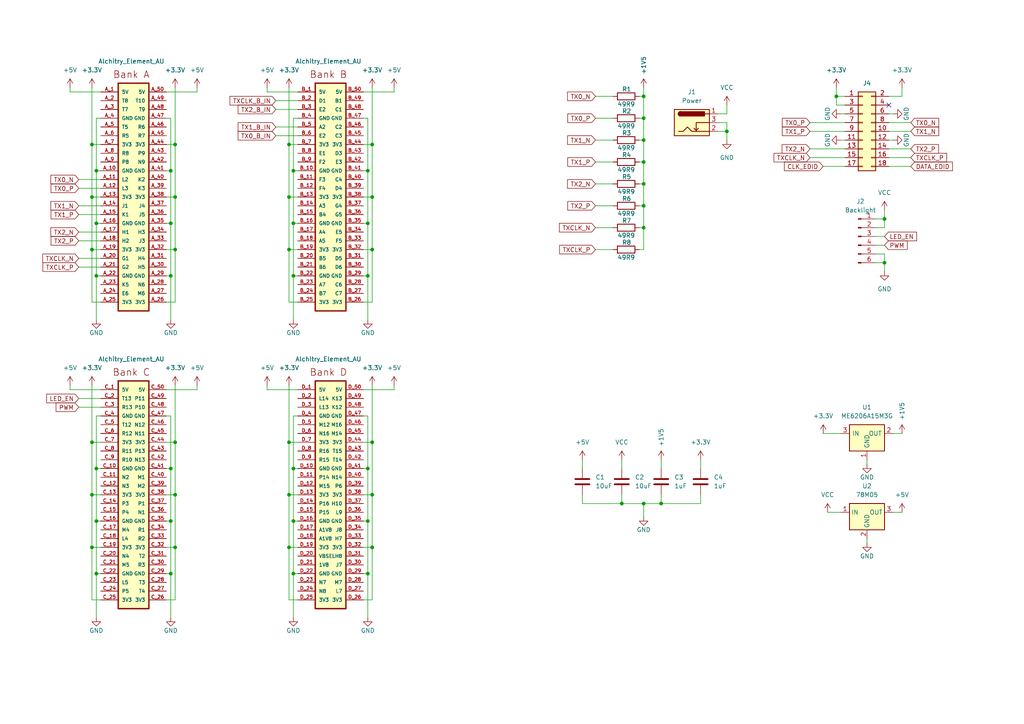
<source format=kicad_sch>
(kicad_sch (version 20230121) (generator eeschema)
  (paper "A4")
  (lib_symbols
    (symbol "Alchitry_Element:Alchitry_Element_AU" (pin_names (offset 1.016))
      (property "Value" "Alchitry_Element_AU" (at -3.81 -38.1 0))
      (symbol "Alchitry_Element_AU_1_0"
        (text "Bank A" (at 0 33.02 0) (effects (font (size 2 2))))
        (pin passive line (at -8.89 27.94 0) (length 5.08) (name "5V") (number "A_1"))
        (pin passive line (at -8.89 5.08 0) (length 5.08) (name "GND") (number "A_10"))
        (pin passive line (at -8.89 2.54 0) (length 5.08) (name "L2") (number "A_11"))
        (pin passive line (at -8.89 0 0) (length 5.08) (name "L3") (number "A_12"))
        (pin passive line (at -8.89 -2.54 0) (length 5.08) (name "3V3") (number "A_13"))
        (pin passive line (at -8.89 -5.08 0) (length 5.08) (name "J1") (number "A_14"))
        (pin passive line (at -8.89 -7.62 0) (length 5.08) (name "K1") (number "A_15"))
        (pin passive line (at -8.89 -10.16 0) (length 5.08) (name "GND") (number "A_16"))
        (pin passive line (at -8.89 -12.7 0) (length 5.08) (name "H1") (number "A_17"))
        (pin passive line (at -8.89 -15.24 0) (length 5.08) (name "H2") (number "A_18"))
        (pin passive line (at -8.89 -17.78 0) (length 5.08) (name "3V3") (number "A_19"))
        (pin passive line (at -8.89 25.4 0) (length 5.08) (name "T8") (number "A_2"))
        (pin passive line (at -8.89 -20.32 0) (length 5.08) (name "G1") (number "A_20"))
        (pin passive line (at -8.89 -22.86 0) (length 5.08) (name "G2") (number "A_21"))
        (pin passive line (at -8.89 -25.4 0) (length 5.08) (name "GND") (number "A_22"))
        (pin passive line (at -8.89 -27.94 0) (length 5.08) (name "K5") (number "A_23"))
        (pin passive line (at -8.89 -30.48 0) (length 5.08) (name "E6") (number "A_24"))
        (pin passive line (at -8.89 -33.02 0) (length 5.08) (name "3V3") (number "A_25"))
        (pin passive line (at 10.16 -33.02 180) (length 5.08) (name "3V3") (number "A_26"))
        (pin passive line (at 10.16 -30.48 180) (length 5.08) (name "M6") (number "A_27"))
        (pin passive line (at 10.16 -27.94 180) (length 5.08) (name "N6") (number "A_28"))
        (pin passive line (at 10.16 -25.4 180) (length 5.08) (name "GND") (number "A_29"))
        (pin passive line (at -8.89 22.86 0) (length 5.08) (name "T7") (number "A_3"))
        (pin passive line (at 10.16 -22.86 180) (length 5.08) (name "H5") (number "A_30"))
        (pin passive line (at 10.16 -20.32 180) (length 5.08) (name "H4") (number "A_31"))
        (pin passive line (at 10.16 -17.78 180) (length 5.08) (name "3V3") (number "A_32"))
        (pin passive line (at 10.16 -15.24 180) (length 5.08) (name "J3") (number "A_33"))
        (pin passive line (at 10.16 -12.7 180) (length 5.08) (name "H3") (number "A_34"))
        (pin passive line (at 10.16 -10.16 180) (length 5.08) (name "GND") (number "A_35"))
        (pin passive line (at 10.16 -7.62 180) (length 5.08) (name "J5") (number "A_36"))
        (pin passive line (at 10.16 -5.08 180) (length 5.08) (name "J4") (number "A_37"))
        (pin passive line (at 10.16 -2.54 180) (length 5.08) (name "3V3") (number "A_38"))
        (pin passive line (at 10.16 0 180) (length 5.08) (name "K3") (number "A_39"))
        (pin passive line (at -8.89 20.32 0) (length 5.08) (name "GND") (number "A_4"))
        (pin passive line (at 10.16 2.54 180) (length 5.08) (name "K2") (number "A_40"))
        (pin passive line (at 10.16 5.08 180) (length 5.08) (name "GND") (number "A_41"))
        (pin passive line (at 10.16 7.62 180) (length 5.08) (name "N9") (number "A_42"))
        (pin passive line (at 10.16 10.16 180) (length 5.08) (name "P9") (number "A_43"))
        (pin passive line (at 10.16 12.7 180) (length 5.08) (name "3V3") (number "A_44"))
        (pin passive line (at 10.16 15.24 180) (length 5.08) (name "R7") (number "A_45"))
        (pin passive line (at 10.16 17.78 180) (length 5.08) (name "R6") (number "A_46"))
        (pin passive line (at 10.16 20.32 180) (length 5.08) (name "GND") (number "A_47"))
        (pin passive line (at 10.16 22.86 180) (length 5.08) (name "T9") (number "A_48"))
        (pin passive line (at 10.16 25.4 180) (length 5.08) (name "T10") (number "A_49"))
        (pin passive line (at -8.89 17.78 0) (length 5.08) (name "T5") (number "A_5"))
        (pin passive line (at 10.16 27.94 180) (length 5.08) (name "5V") (number "A_50"))
        (pin passive line (at -8.89 15.24 0) (length 5.08) (name "R5") (number "A_6"))
        (pin passive line (at -8.89 12.7 0) (length 5.08) (name "3V3") (number "A_7"))
        (pin passive line (at -8.89 10.16 0) (length 5.08) (name "R8") (number "A_8"))
        (pin passive line (at -8.89 7.62 0) (length 5.08) (name "P8") (number "A_9"))
      )
      (symbol "Alchitry_Element_AU_2_0"
        (text "Bank B" (at 0 33.02 0) (effects (font (size 2 2))))
        (pin passive line (at -8.89 27.94 0) (length 5.08) (name "5V") (number "B_1"))
        (pin passive line (at -8.89 5.08 0) (length 5.08) (name "GND") (number "B_10"))
        (pin passive line (at -8.89 2.54 0) (length 5.08) (name "F3") (number "B_11"))
        (pin passive line (at -8.89 0 0) (length 5.08) (name "F4") (number "B_12"))
        (pin passive line (at -8.89 -2.54 0) (length 5.08) (name "3V3") (number "B_13"))
        (pin passive line (at -8.89 -5.08 0) (length 5.08) (name "A3") (number "B_14"))
        (pin passive line (at -8.89 -7.62 0) (length 5.08) (name "B4") (number "B_15"))
        (pin passive line (at -8.89 -10.16 0) (length 5.08) (name "GND") (number "B_16"))
        (pin passive line (at -8.89 -12.7 0) (length 5.08) (name "A4") (number "B_17"))
        (pin passive line (at -8.89 -15.24 0) (length 5.08) (name "A5") (number "B_18"))
        (pin passive line (at -8.89 -17.78 0) (length 5.08) (name "3V3") (number "B_19"))
        (pin passive line (at -8.89 25.4 0) (length 5.08) (name "D1") (number "B_2"))
        (pin passive line (at -8.89 -20.32 0) (length 5.08) (name "B5") (number "B_20"))
        (pin passive line (at -8.89 -22.86 0) (length 5.08) (name "B6") (number "B_21"))
        (pin passive line (at -8.89 -25.4 0) (length 5.08) (name "GND") (number "B_22"))
        (pin passive line (at -8.89 -27.94 0) (length 5.08) (name "A7") (number "B_23"))
        (pin passive line (at -8.89 -30.48 0) (length 5.08) (name "B7") (number "B_24"))
        (pin passive line (at -8.89 -33.02 0) (length 5.08) (name "3V3") (number "B_25"))
        (pin passive line (at 10.16 -33.02 180) (length 5.08) (name "3V3") (number "B_26"))
        (pin passive line (at 10.16 -30.48 180) (length 5.08) (name "C7") (number "B_27"))
        (pin passive line (at 10.16 -27.94 180) (length 5.08) (name "C6") (number "B_28"))
        (pin passive line (at 10.16 -25.4 180) (length 5.08) (name "GND") (number "B_29"))
        (pin passive line (at -8.89 22.86 0) (length 5.08) (name "E2") (number "B_3"))
        (pin passive line (at 10.16 -22.86 180) (length 5.08) (name "D6") (number "B_30"))
        (pin passive line (at 10.16 -20.32 180) (length 5.08) (name "D5") (number "B_31"))
        (pin passive line (at 10.16 -17.78 180) (length 5.08) (name "3V3") (number "B_32"))
        (pin passive line (at 10.16 -15.24 180) (length 5.08) (name "F5") (number "B_33"))
        (pin passive line (at 10.16 -12.7 180) (length 5.08) (name "E5") (number "B_34"))
        (pin passive line (at 10.16 -10.16 180) (length 5.08) (name "GND") (number "B_35"))
        (pin passive line (at 10.16 -7.62 180) (length 5.08) (name "G5") (number "B_36"))
        (pin passive line (at 10.16 -5.08 180) (length 5.08) (name "G4") (number "B_37"))
        (pin passive line (at 10.16 -2.54 180) (length 5.08) (name "3V3") (number "B_38"))
        (pin passive line (at 10.16 0 180) (length 5.08) (name "D4") (number "B_39"))
        (pin passive line (at -8.89 20.32 0) (length 5.08) (name "GND") (number "B_4"))
        (pin passive line (at 10.16 2.54 180) (length 5.08) (name "C4") (number "B_40"))
        (pin passive line (at 10.16 5.08 180) (length 5.08) (name "GND") (number "B_41"))
        (pin passive line (at 10.16 7.62 180) (length 5.08) (name "E3") (number "B_42"))
        (pin passive line (at 10.16 10.16 180) (length 5.08) (name "D3") (number "B_43"))
        (pin passive line (at 10.16 12.7 180) (length 5.08) (name "3V3") (number "B_44"))
        (pin passive line (at 10.16 15.24 180) (length 5.08) (name "C3") (number "B_45"))
        (pin passive line (at 10.16 17.78 180) (length 5.08) (name "C2") (number "B_46"))
        (pin passive line (at 10.16 20.32 180) (length 5.08) (name "GND") (number "B_47"))
        (pin passive line (at 10.16 22.86 180) (length 5.08) (name "C1") (number "B_48"))
        (pin passive line (at 10.16 25.4 180) (length 5.08) (name "B1") (number "B_49"))
        (pin passive line (at -8.89 17.78 0) (length 5.08) (name "A2") (number "B_5"))
        (pin passive line (at 10.16 27.94 180) (length 5.08) (name "5V") (number "B_50"))
        (pin passive line (at -8.89 15.24 0) (length 5.08) (name "E2") (number "B_6"))
        (pin passive line (at -8.89 12.7 0) (length 5.08) (name "3V3") (number "B_7"))
        (pin passive line (at -8.89 10.16 0) (length 5.08) (name "E1") (number "B_8"))
        (pin passive line (at -8.89 7.62 0) (length 5.08) (name "F2") (number "B_9"))
      )
      (symbol "Alchitry_Element_AU_3_0"
        (text "Bank C" (at 0 33.02 0) (effects (font (size 2 2))))
        (pin passive line (at -8.89 27.94 0) (length 5.08) (name "5V") (number "C_1"))
        (pin passive line (at -8.89 5.08 0) (length 5.08) (name "GND") (number "C_10"))
        (pin passive line (at -8.89 2.54 0) (length 5.08) (name "N2") (number "C_11"))
        (pin passive line (at -8.89 0 0) (length 5.08) (name "N3") (number "C_12"))
        (pin passive line (at -8.89 -2.54 0) (length 5.08) (name "3V3") (number "C_13"))
        (pin passive line (at -8.89 -5.08 0) (length 5.08) (name "P3") (number "C_14"))
        (pin passive line (at -8.89 -7.62 0) (length 5.08) (name "P4") (number "C_15"))
        (pin passive line (at -8.89 -10.16 0) (length 5.08) (name "GND") (number "C_16"))
        (pin passive line (at -8.89 -12.7 0) (length 5.08) (name "M4") (number "C_17"))
        (pin passive line (at -8.89 -15.24 0) (length 5.08) (name "L4") (number "C_18"))
        (pin passive line (at -8.89 -17.78 0) (length 5.08) (name "3V3") (number "C_19"))
        (pin passive line (at -8.89 25.4 0) (length 5.08) (name "T13") (number "C_2"))
        (pin passive line (at -8.89 -20.32 0) (length 5.08) (name "N4") (number "C_20"))
        (pin passive line (at -8.89 -22.86 0) (length 5.08) (name "M5") (number "C_21"))
        (pin passive line (at -8.89 -25.4 0) (length 5.08) (name "GND") (number "C_22"))
        (pin passive line (at -8.89 -27.94 0) (length 5.08) (name "L5") (number "C_23"))
        (pin passive line (at -8.89 -30.48 0) (length 5.08) (name "P5") (number "C_24"))
        (pin passive line (at -8.89 -33.02 0) (length 5.08) (name "3V3") (number "C_25"))
        (pin passive line (at 10.16 -33.02 180) (length 5.08) (name "3V3") (number "C_26"))
        (pin passive line (at 10.16 -30.48 180) (length 5.08) (name "T4") (number "C_27"))
        (pin passive line (at 10.16 -27.94 180) (length 5.08) (name "T3") (number "C_28"))
        (pin passive line (at 10.16 -25.4 180) (length 5.08) (name "GND") (number "C_29"))
        (pin passive line (at -8.89 22.86 0) (length 5.08) (name "R13") (number "C_3"))
        (pin passive line (at 10.16 -22.86 180) (length 5.08) (name "R3") (number "C_30"))
        (pin passive line (at 10.16 -20.32 180) (length 5.08) (name "T2") (number "C_31"))
        (pin passive line (at 10.16 -17.78 180) (length 5.08) (name "3V3") (number "C_32"))
        (pin passive line (at 10.16 -15.24 180) (length 5.08) (name "R2") (number "C_33"))
        (pin passive line (at 10.16 -12.7 180) (length 5.08) (name "R1") (number "C_34"))
        (pin passive line (at 10.16 -10.16 180) (length 5.08) (name "GND") (number "C_35"))
        (pin passive line (at 10.16 -7.62 180) (length 5.08) (name "N1") (number "C_36"))
        (pin passive line (at 10.16 -5.08 180) (length 5.08) (name "P1") (number "C_37"))
        (pin passive line (at 10.16 -2.54 180) (length 5.08) (name "3V3") (number "C_38"))
        (pin passive line (at 10.16 0 180) (length 5.08) (name "M2") (number "C_39"))
        (pin passive line (at -8.89 20.32 0) (length 5.08) (name "GND") (number "C_4"))
        (pin passive line (at 10.16 2.54 180) (length 5.08) (name "M1") (number "C_40"))
        (pin passive line (at 10.16 5.08 180) (length 5.08) (name "GND") (number "C_41"))
        (pin passive line (at 10.16 7.62 180) (length 5.08) (name "N13") (number "C_42"))
        (pin passive line (at 10.16 10.16 180) (length 5.08) (name "P13") (number "C_43"))
        (pin passive line (at 10.16 12.7 180) (length 5.08) (name "3V3") (number "C_44"))
        (pin passive line (at 10.16 15.24 180) (length 5.08) (name "N11") (number "C_45"))
        (pin passive line (at 10.16 17.78 180) (length 5.08) (name "N12") (number "C_46"))
        (pin passive line (at 10.16 20.32 180) (length 5.08) (name "GND") (number "C_47"))
        (pin passive line (at 10.16 22.86 180) (length 5.08) (name "P10") (number "C_48"))
        (pin passive line (at 10.16 25.4 180) (length 5.08) (name "P11") (number "C_49"))
        (pin passive line (at -8.89 17.78 0) (length 5.08) (name "T12") (number "C_5"))
        (pin passive line (at 10.16 27.94 180) (length 5.08) (name "5V") (number "C_50"))
        (pin passive line (at -8.89 15.24 0) (length 5.08) (name "R12") (number "C_6"))
        (pin passive line (at -8.89 12.7 0) (length 5.08) (name "3V3") (number "C_7"))
        (pin passive line (at -8.89 10.16 0) (length 5.08) (name "R11") (number "C_8"))
        (pin passive line (at -8.89 7.62 0) (length 5.08) (name "R10") (number "C_9"))
      )
      (symbol "Alchitry_Element_AU_4_0"
        (text "Bank D" (at 0 33.02 0) (effects (font (size 2 2))))
        (pin passive line (at -8.89 27.94 0) (length 5.08) (name "5V") (number "D_1"))
        (pin passive line (at -8.89 5.08 0) (length 5.08) (name "GND") (number "D_10"))
        (pin passive line (at -8.89 2.54 0) (length 5.08) (name "P14") (number "D_11"))
        (pin passive line (at -8.89 0 0) (length 5.08) (name "M15") (number "D_12"))
        (pin passive line (at -8.89 -2.54 0) (length 5.08) (name "3V3") (number "D_13"))
        (pin passive line (at -8.89 -5.08 0) (length 5.08) (name "P16") (number "D_14"))
        (pin passive line (at -8.89 -7.62 0) (length 5.08) (name "P15") (number "D_15"))
        (pin passive line (at -8.89 -10.16 0) (length 5.08) (name "GND") (number "D_16"))
        (pin passive line (at -8.89 -12.7 0) (length 5.08) (name "A1V8") (number "D_17"))
        (pin passive line (at -8.89 -15.24 0) (length 5.08) (name "A1V8") (number "D_18"))
        (pin passive line (at -8.89 -17.78 0) (length 5.08) (name "3V3") (number "D_19"))
        (pin passive line (at -8.89 25.4 0) (length 5.08) (name "L14") (number "D_2"))
        (pin passive line (at -8.89 -20.32 0) (length 5.08) (name "VBSEL") (number "D_20"))
        (pin passive line (at -8.89 -22.86 0) (length 5.08) (name "1V8") (number "D_21"))
        (pin passive line (at -8.89 -25.4 0) (length 5.08) (name "GND") (number "D_22"))
        (pin passive line (at -8.89 -27.94 0) (length 5.08) (name "N7") (number "D_23"))
        (pin passive line (at -8.89 -30.48 0) (length 5.08) (name "N8") (number "D_24"))
        (pin passive line (at -8.89 -33.02 0) (length 5.08) (name "3V3") (number "D_25"))
        (pin passive line (at 10.16 -33.02 180) (length 5.08) (name "3V3") (number "D_26"))
        (pin passive line (at 10.16 -30.48 180) (length 5.08) (name "L7") (number "D_27"))
        (pin passive line (at 10.16 -27.94 180) (length 5.08) (name "M7") (number "D_28"))
        (pin passive line (at 10.16 -25.4 180) (length 5.08) (name "GND") (number "D_29"))
        (pin passive line (at -8.89 22.86 0) (length 5.08) (name "L13") (number "D_3"))
        (pin passive line (at 10.16 -22.86 180) (length 5.08) (name "J7") (number "D_30"))
        (pin passive line (at 10.16 -20.32 180) (length 5.08) (name "H8") (number "D_31"))
        (pin passive line (at 10.16 -17.78 180) (length 5.08) (name "3V3") (number "D_32"))
        (pin passive line (at 10.16 -15.24 180) (length 5.08) (name "H7") (number "D_33"))
        (pin passive line (at 10.16 -12.7 180) (length 5.08) (name "J8") (number "D_34"))
        (pin passive line (at 10.16 -10.16 180) (length 5.08) (name "GND") (number "D_35"))
        (pin passive line (at 10.16 -7.62 180) (length 5.08) (name "L9") (number "D_36"))
        (pin passive line (at 10.16 -5.08 180) (length 5.08) (name "H10") (number "D_37"))
        (pin passive line (at 10.16 -2.54 180) (length 5.08) (name "3V3") (number "D_38"))
        (pin passive line (at 10.16 0 180) (length 5.08) (name "P6") (number "D_39"))
        (pin passive line (at -8.89 20.32 0) (length 5.08) (name "GND") (number "D_4"))
        (pin passive line (at 10.16 2.54 180) (length 5.08) (name "N14") (number "D_40"))
        (pin passive line (at 10.16 5.08 180) (length 5.08) (name "GND") (number "D_41"))
        (pin passive line (at 10.16 7.62 180) (length 5.08) (name "T14") (number "D_42"))
        (pin passive line (at 10.16 10.16 180) (length 5.08) (name "T15") (number "D_43"))
        (pin passive line (at 10.16 12.7 180) (length 5.08) (name "3V3") (number "D_44"))
        (pin passive line (at 10.16 15.24 180) (length 5.08) (name "M14") (number "D_45"))
        (pin passive line (at 10.16 17.78 180) (length 5.08) (name "M16") (number "D_46"))
        (pin passive line (at 10.16 20.32 180) (length 5.08) (name "GND") (number "D_47"))
        (pin passive line (at 10.16 22.86 180) (length 5.08) (name "K12") (number "D_48"))
        (pin passive line (at 10.16 25.4 180) (length 5.08) (name "K13") (number "D_49"))
        (pin passive line (at -8.89 17.78 0) (length 5.08) (name "M12") (number "D_5"))
        (pin passive line (at 10.16 27.94 180) (length 5.08) (name "5V") (number "D_50"))
        (pin passive line (at -8.89 15.24 0) (length 5.08) (name "N16") (number "D_6"))
        (pin passive line (at -8.89 12.7 0) (length 5.08) (name "3V3") (number "D_7"))
        (pin passive line (at -8.89 10.16 0) (length 5.08) (name "R16") (number "D_8"))
        (pin passive line (at -8.89 7.62 0) (length 5.08) (name "R15") (number "D_9"))
      )
    )
    (symbol "Connector:Barrel_Jack_Switch" (pin_names hide)
      (property "Reference" "J" (at 0 5.334 0))
      (property "Value" "Barrel_Jack_Switch" (at 0 -5.08 0))
      (symbol "Barrel_Jack_Switch_1_1"
        (pin passive line (at 7.62 2.54 180) (length 2.54) (name "~") (number "1"))
        (pin passive line (at 7.62 -2.54 180) (length 2.54) (name "~") (number "2"))
        (pin passive line (at 7.62 0 180) (length 2.54) (name "~") (number "3"))
      )
    )
    (symbol "Connector:Conn_01x06_Male" (pin_names (offset 1.016) hide)
      (property "Reference" "J" (at 0 7.62 0))
      (property "Value" "Conn_01x06_Male" (at 0 -10.16 0))
      (symbol "Conn_01x06_Male_1_1"
        (pin passive line (at 5.08 5.08 180) (length 3.81) (name "Pin_1") (number "1"))
        (pin passive line (at 5.08 2.54 180) (length 3.81) (name "Pin_2") (number "2"))
        (pin passive line (at 5.08 0 180) (length 3.81) (name "Pin_3") (number "3"))
        (pin passive line (at 5.08 -2.54 180) (length 3.81) (name "Pin_4") (number "4"))
        (pin passive line (at 5.08 -5.08 180) (length 3.81) (name "Pin_5") (number "5"))
        (pin passive line (at 5.08 -7.62 180) (length 3.81) (name "Pin_6") (number "6"))
      )
    )
    (symbol "Connector_Generic:Conn_02x09_Odd_Even" (pin_names (offset 1.016) hide)
      (property "Reference" "J" (at 1.27 12.7 0))
      (property "Value" "Conn_02x09_Odd_Even" (at 1.27 -12.7 0))
      (symbol "Conn_02x09_Odd_Even_1_1"
        (pin passive line (at -5.08 10.16 0) (length 3.81) (name "Pin_1") (number "1"))
        (pin passive line (at 7.62 0 180) (length 3.81) (name "Pin_10") (number "10"))
        (pin passive line (at -5.08 -2.54 0) (length 3.81) (name "Pin_11") (number "11"))
        (pin passive line (at 7.62 -2.54 180) (length 3.81) (name "Pin_12") (number "12"))
        (pin passive line (at -5.08 -5.08 0) (length 3.81) (name "Pin_13") (number "13"))
        (pin passive line (at 7.62 -5.08 180) (length 3.81) (name "Pin_14") (number "14"))
        (pin passive line (at -5.08 -7.62 0) (length 3.81) (name "Pin_15") (number "15"))
        (pin passive line (at 7.62 -7.62 180) (length 3.81) (name "Pin_16") (number "16"))
        (pin passive line (at -5.08 -10.16 0) (length 3.81) (name "Pin_17") (number "17"))
        (pin passive line (at 7.62 -10.16 180) (length 3.81) (name "Pin_18") (number "18"))
        (pin passive line (at 7.62 10.16 180) (length 3.81) (name "Pin_2") (number "2"))
        (pin passive line (at -5.08 7.62 0) (length 3.81) (name "Pin_3") (number "3"))
        (pin passive line (at 7.62 7.62 180) (length 3.81) (name "Pin_4") (number "4"))
        (pin passive line (at -5.08 5.08 0) (length 3.81) (name "Pin_5") (number "5"))
        (pin passive line (at 7.62 5.08 180) (length 3.81) (name "Pin_6") (number "6"))
        (pin passive line (at -5.08 2.54 0) (length 3.81) (name "Pin_7") (number "7"))
        (pin passive line (at 7.62 2.54 180) (length 3.81) (name "Pin_8") (number "8"))
        (pin passive line (at -5.08 0 0) (length 3.81) (name "Pin_9") (number "9"))
      )
    )
    (symbol "Device:C" (pin_numbers hide) (pin_names (offset 0.254))
      (property "Reference" "C" (at 0.635 2.54 0))
      (property "Value" "C" (at 0.635 -2.54 0))
      (symbol "C_1_1"
        (pin passive line (at 0 3.81 270) (length 2.794) (name "~") (number "1"))
        (pin passive line (at 0 -3.81 90) (length 2.794) (name "~") (number "2"))
      )
    )
    (symbol "Device:R" (pin_numbers hide) (pin_names (offset 0))
      (property "Reference" "R" (at 2.032 0 90))
      (property "Value" "R" (at 0 0 90))
      (symbol "R_1_1"
        (pin passive line (at 0 3.81 270) (length 1.27) (name "~") (number "1"))
        (pin passive line (at 0 -3.81 90) (length 1.27) (name "~") (number "2"))
      )
    )
    (symbol "Regulator_Linear:IFX27001TFV"
      (property "Reference" "U2" (at 0 7.62 0))
      (property "Value" "78M05" (at 0 5.08 0))
      (symbol "IFX27001TFV_1_1"
        (pin power_in line (at -7.62 0 0) (length 2.54) (name "IN") (number "1"))
        (pin input line (at 0 -7.62 90) (length 2.54) (name "GND") (number "2"))
        (pin power_out line (at 7.62 0 180) (length 2.54) (name "OUT") (number "3"))
      )
    )
    (symbol "power:+1V5" (power) (pin_names (offset 0))
      (property "Value" "+1V5" (at 0 3.556 0))
      (symbol "+1V5_1_1"
        (pin power_in line (at 0 0 90) (length 0) hide (name "+1V5") (number "1"))
      )
    )
    (symbol "power:+3.3V" (power) (pin_names (offset 0))
      (property "Value" "+3.3V" (at 0 3.556 0))
      (symbol "+3.3V_1_1"
        (pin power_in line (at 0 0 90) (length 0) hide (name "+3.3V") (number "1"))
      )
    )
    (symbol "power:+5V" (power) (pin_names (offset 0))
      (property "Value" "+5V" (at 0 3.556 0))
      (symbol "+5V_1_1"
        (pin power_in line (at 0 0 90) (length 0) hide (name "+5V") (number "1"))
      )
    )
    (symbol "power:GND" (power) (pin_names (offset 0))
      (property "Value" "GND" (at 0 -3.81 0))
      (symbol "GND_1_1"
        (pin power_in line (at 0 0 270) (length 0) hide (name "GND") (number "1"))
      )
    )
    (symbol "power:VCC" (power) (pin_names (offset 0))
      (property "Value" "VCC" (at 0 3.81 0))
      (symbol "VCC_1_1"
        (pin power_in line (at 0 0 90) (length 0) hide (name "VCC") (number "1"))
      )
    )
    (symbol "robins-parts:ME6206A15M3G" (pin_names (offset 0.762))
      (property "Reference" "U1" (at 0 7.62 0))
      (property "Value" "ME6206A15M3G" (at 0 5.08 0))
      (symbol "ME6206A15M3G_1_1"
        (pin input line (at 0 -7.62 90) (length 2.54) (name "GND") (number "1"))
        (pin power_out line (at 7.62 0 180) (length 2.54) (name "OUT") (number "2"))
        (pin power_in line (at -7.62 0 0) (length 2.54) (name "IN") (number "3"))
      )
    )
  )
  (junction (at 49.53 49.53))
  (junction (at 85.09 151.13))
  (junction (at 242.57 27.94))
  (junction (at 186.69 53.34))
  (junction (at 85.09 135.89))
  (junction (at 50.8 158.75))
  (junction (at 256.54 76.2))
  (junction (at 49.53 166.37))
  (junction (at 85.09 166.37))
  (junction (at 107.95 72.39))
  (junction (at 85.09 64.77))
  (junction (at 50.8 143.51))
  (junction (at 180.34 146.05))
  (junction (at 27.94 49.53))
  (junction (at 186.69 59.69))
  (junction (at 26.67 128.27))
  (junction (at 50.8 57.15))
  (junction (at 85.09 80.01))
  (junction (at 49.53 80.01))
  (junction (at 49.53 151.13))
  (junction (at 191.77 146.05))
  (junction (at 49.53 135.89))
  (junction (at 85.09 49.53))
  (junction (at 26.67 57.15))
  (junction (at 83.82 57.15))
  (junction (at 186.69 27.94))
  (junction (at 26.67 72.39))
  (junction (at 107.95 128.27))
  (junction (at 106.68 151.13))
  (junction (at 50.8 128.27))
  (junction (at 27.94 64.77))
  (junction (at 186.69 146.05))
  (junction (at 107.95 158.75))
  (junction (at 107.95 57.15))
  (junction (at 106.68 80.01))
  (junction (at 186.69 34.29))
  (junction (at 27.94 80.01))
  (junction (at 83.82 128.27))
  (junction (at 106.68 166.37))
  (junction (at 83.82 158.75))
  (junction (at 26.67 158.75))
  (junction (at 186.69 66.04))
  (junction (at 186.69 46.99))
  (junction (at 210.82 38.1))
  (junction (at 107.95 41.91))
  (junction (at 50.8 41.91))
  (junction (at 27.94 166.37))
  (junction (at 27.94 135.89))
  (junction (at 106.68 49.53))
  (junction (at 83.82 143.51))
  (junction (at 83.82 72.39))
  (junction (at 107.95 143.51))
  (junction (at 83.82 41.91))
  (junction (at 26.67 41.91))
  (junction (at 106.68 64.77))
  (junction (at 26.67 143.51))
  (junction (at 186.69 40.64))
  (junction (at 50.8 72.39))
  (junction (at 256.54 63.5))
  (junction (at 27.94 151.13))
  (junction (at 49.53 64.77))
  (junction (at 106.68 135.89))
  (no_connect (at 257.81 30.48))
  (wire (pts (xy 210.82 38.1) (xy 210.82 40.64)))
  (wire (pts (xy 107.95 57.15) (xy 105.41 57.15)))
  (wire (pts (xy 114.3 25.4) (xy 114.3 26.67)))
  (wire (pts (xy 27.94 151.13) (xy 27.94 166.37)))
  (wire (pts (xy 254 66.04) (xy 256.54 66.04)))
  (wire (pts (xy 50.8 143.51) (xy 48.26 143.51)))
  (wire (pts (xy 172.72 27.94) (xy 177.8 27.94)))
  (wire (pts (xy 107.95 143.51) (xy 105.41 143.51)))
  (wire (pts (xy 243.84 148.59) (xy 240.03 148.59)))
  (wire (pts (xy 85.09 151.13) (xy 85.09 166.37)))
  (wire (pts (xy 50.8 158.75) (xy 48.26 158.75)))
  (wire (pts (xy 254 63.5) (xy 256.54 63.5)))
  (wire (pts (xy 106.68 135.89) (xy 106.68 151.13)))
  (wire (pts (xy 106.68 49.53) (xy 105.41 49.53)))
  (wire (pts (xy 22.86 62.23) (xy 29.21 62.23)))
  (wire (pts (xy 20.32 111.76) (xy 20.32 113.03)))
  (wire (pts (xy 86.36 113.03) (xy 77.47 113.03)))
  (wire (pts (xy 83.82 57.15) (xy 86.36 57.15)))
  (wire (pts (xy 26.67 87.63) (xy 26.67 72.39)))
  (wire (pts (xy 27.94 34.29) (xy 27.94 49.53)))
  (wire (pts (xy 22.86 74.93) (xy 29.21 74.93)))
  (wire (pts (xy 83.82 128.27) (xy 86.36 128.27)))
  (wire (pts (xy 186.69 46.99) (xy 186.69 53.34)))
  (wire (pts (xy 186.69 146.05) (xy 186.69 149.86)))
  (wire (pts (xy 257.81 40.64) (xy 259.08 40.64)))
  (wire (pts (xy 106.68 49.53) (xy 106.68 64.77)))
  (wire (pts (xy 234.95 35.56) (xy 245.11 35.56)))
  (wire (pts (xy 27.94 49.53) (xy 29.21 49.53)))
  (wire (pts (xy 106.68 151.13) (xy 106.68 166.37)))
  (wire (pts (xy 107.95 158.75) (xy 105.41 158.75)))
  (wire (pts (xy 83.82 25.4) (xy 83.82 41.91)))
  (wire (pts (xy 27.94 64.77) (xy 29.21 64.77)))
  (wire (pts (xy 172.72 66.04) (xy 177.8 66.04)))
  (wire (pts (xy 49.53 135.89) (xy 49.53 151.13)))
  (wire (pts (xy 107.95 158.75) (xy 107.95 143.51)))
  (wire (pts (xy 49.53 166.37) (xy 48.26 166.37)))
  (wire (pts (xy 26.67 57.15) (xy 26.67 41.91)))
  (wire (pts (xy 106.68 151.13) (xy 105.41 151.13)))
  (wire (pts (xy 83.82 72.39) (xy 83.82 57.15)))
  (wire (pts (xy 50.8 158.75) (xy 50.8 143.51)))
  (wire (pts (xy 26.67 72.39) (xy 26.67 57.15)))
  (wire (pts (xy 26.67 25.4) (xy 26.67 41.91)))
  (wire (pts (xy 86.36 34.29) (xy 85.09 34.29)))
  (wire (pts (xy 180.34 146.05) (xy 186.69 146.05)))
  (wire (pts (xy 86.36 87.63) (xy 83.82 87.63)))
  (wire (pts (xy 257.81 35.56) (xy 264.16 35.56)))
  (wire (pts (xy 254 73.66) (xy 256.54 73.66)))
  (wire (pts (xy 49.53 151.13) (xy 49.53 166.37)))
  (wire (pts (xy 26.67 128.27) (xy 29.21 128.27)))
  (wire (pts (xy 186.69 72.39) (xy 185.42 72.39)))
  (wire (pts (xy 259.08 125.73) (xy 261.62 125.73)))
  (wire (pts (xy 29.21 113.03) (xy 20.32 113.03)))
  (wire (pts (xy 172.72 40.64) (xy 177.8 40.64)))
  (wire (pts (xy 80.01 39.37) (xy 86.36 39.37)))
  (wire (pts (xy 50.8 143.51) (xy 50.8 128.27)))
  (wire (pts (xy 107.95 41.91) (xy 105.41 41.91)))
  (wire (pts (xy 242.57 30.48) (xy 245.11 30.48)))
  (wire (pts (xy 27.94 80.01) (xy 29.21 80.01)))
  (wire (pts (xy 180.34 133.35) (xy 180.34 135.89)))
  (wire (pts (xy 256.54 60.96) (xy 256.54 63.5)))
  (wire (pts (xy 29.21 87.63) (xy 26.67 87.63)))
  (wire (pts (xy 238.76 125.73) (xy 243.84 125.73)))
  (wire (pts (xy 26.67 143.51) (xy 29.21 143.51)))
  (wire (pts (xy 234.95 45.72) (xy 245.11 45.72)))
  (wire (pts (xy 105.41 26.67) (xy 114.3 26.67)))
  (wire (pts (xy 29.21 26.67) (xy 20.32 26.67)))
  (wire (pts (xy 186.69 59.69) (xy 186.69 66.04)))
  (wire (pts (xy 83.82 57.15) (xy 83.82 41.91)))
  (wire (pts (xy 26.67 143.51) (xy 26.67 128.27)))
  (wire (pts (xy 106.68 166.37) (xy 106.68 179.07)))
  (wire (pts (xy 49.53 120.65) (xy 49.53 135.89)))
  (wire (pts (xy 83.82 143.51) (xy 83.82 128.27)))
  (wire (pts (xy 107.95 173.99) (xy 107.95 158.75)))
  (wire (pts (xy 210.82 33.02) (xy 210.82 30.48)))
  (wire (pts (xy 85.09 64.77) (xy 86.36 64.77)))
  (wire (pts (xy 186.69 53.34) (xy 185.42 53.34)))
  (wire (pts (xy 22.86 59.69) (xy 29.21 59.69)))
  (wire (pts (xy 257.81 45.72) (xy 264.16 45.72)))
  (wire (pts (xy 106.68 120.65) (xy 106.68 135.89)))
  (wire (pts (xy 48.26 173.99) (xy 50.8 173.99)))
  (wire (pts (xy 172.72 72.39) (xy 177.8 72.39)))
  (wire (pts (xy 85.09 80.01) (xy 85.09 92.71)))
  (wire (pts (xy 49.53 80.01) (xy 48.26 80.01)))
  (wire (pts (xy 80.01 36.83) (xy 86.36 36.83)))
  (wire (pts (xy 186.69 40.64) (xy 186.69 46.99)))
  (wire (pts (xy 257.81 27.94) (xy 261.62 27.94)))
  (wire (pts (xy 49.53 49.53) (xy 48.26 49.53)))
  (wire (pts (xy 49.53 80.01) (xy 49.53 92.71)))
  (wire (pts (xy 49.53 151.13) (xy 48.26 151.13)))
  (wire (pts (xy 245.11 27.94) (xy 242.57 27.94)))
  (wire (pts (xy 29.21 34.29) (xy 27.94 34.29)))
  (wire (pts (xy 257.81 33.02) (xy 259.08 33.02)))
  (wire (pts (xy 57.15 111.76) (xy 57.15 113.03)))
  (wire (pts (xy 49.53 166.37) (xy 49.53 179.07)))
  (wire (pts (xy 27.94 166.37) (xy 27.94 179.07)))
  (wire (pts (xy 27.94 80.01) (xy 27.94 92.71)))
  (wire (pts (xy 50.8 41.91) (xy 48.26 41.91)))
  (wire (pts (xy 191.77 143.51) (xy 191.77 146.05)))
  (wire (pts (xy 48.26 113.03) (xy 57.15 113.03)))
  (wire (pts (xy 107.95 111.76) (xy 107.95 128.27)))
  (wire (pts (xy 27.94 151.13) (xy 29.21 151.13)))
  (wire (pts (xy 210.82 35.56) (xy 210.82 38.1)))
  (wire (pts (xy 168.91 146.05) (xy 180.34 146.05)))
  (wire (pts (xy 186.69 34.29) (xy 185.42 34.29)))
  (wire (pts (xy 186.69 25.4) (xy 186.69 27.94)))
  (wire (pts (xy 256.54 73.66) (xy 256.54 76.2)))
  (wire (pts (xy 191.77 133.35) (xy 191.77 135.89)))
  (wire (pts (xy 50.8 111.76) (xy 50.8 128.27)))
  (wire (pts (xy 254 68.58) (xy 256.54 68.58)))
  (wire (pts (xy 168.91 133.35) (xy 168.91 135.89)))
  (wire (pts (xy 49.53 64.77) (xy 49.53 80.01)))
  (wire (pts (xy 50.8 25.4) (xy 50.8 41.91)))
  (wire (pts (xy 83.82 173.99) (xy 83.82 158.75)))
  (wire (pts (xy 186.69 53.34) (xy 186.69 59.69)))
  (wire (pts (xy 50.8 87.63) (xy 50.8 72.39)))
  (wire (pts (xy 83.82 111.76) (xy 83.82 128.27)))
  (wire (pts (xy 26.67 72.39) (xy 29.21 72.39)))
  (wire (pts (xy 22.86 52.07) (xy 29.21 52.07)))
  (wire (pts (xy 172.72 46.99) (xy 177.8 46.99)))
  (wire (pts (xy 107.95 25.4) (xy 107.95 41.91)))
  (wire (pts (xy 106.68 80.01) (xy 105.41 80.01)))
  (wire (pts (xy 234.95 38.1) (xy 245.11 38.1)))
  (wire (pts (xy 85.09 120.65) (xy 85.09 135.89)))
  (wire (pts (xy 257.81 38.1) (xy 264.16 38.1)))
  (wire (pts (xy 243.84 40.64) (xy 245.11 40.64)))
  (wire (pts (xy 105.41 173.99) (xy 107.95 173.99)))
  (wire (pts (xy 106.68 64.77) (xy 105.41 64.77)))
  (wire (pts (xy 50.8 128.27) (xy 48.26 128.27)))
  (wire (pts (xy 238.76 48.26) (xy 245.11 48.26)))
  (wire (pts (xy 172.72 34.29) (xy 177.8 34.29)))
  (wire (pts (xy 208.28 38.1) (xy 210.82 38.1)))
  (wire (pts (xy 208.28 35.56) (xy 210.82 35.56)))
  (wire (pts (xy 168.91 143.51) (xy 168.91 146.05)))
  (wire (pts (xy 261.62 25.4) (xy 261.62 27.94)))
  (wire (pts (xy 86.36 173.99) (xy 83.82 173.99)))
  (wire (pts (xy 105.41 120.65) (xy 106.68 120.65)))
  (wire (pts (xy 186.69 46.99) (xy 185.42 46.99)))
  (wire (pts (xy 83.82 72.39) (xy 86.36 72.39)))
  (wire (pts (xy 85.09 34.29) (xy 85.09 49.53)))
  (wire (pts (xy 26.67 158.75) (xy 26.67 143.51)))
  (wire (pts (xy 50.8 72.39) (xy 48.26 72.39)))
  (wire (pts (xy 186.69 40.64) (xy 185.42 40.64)))
  (wire (pts (xy 80.01 31.75) (xy 86.36 31.75)))
  (wire (pts (xy 180.34 143.51) (xy 180.34 146.05)))
  (wire (pts (xy 48.26 120.65) (xy 49.53 120.65)))
  (wire (pts (xy 85.09 135.89) (xy 85.09 151.13)))
  (wire (pts (xy 242.57 27.94) (xy 242.57 30.48)))
  (wire (pts (xy 186.69 27.94) (xy 186.69 34.29)))
  (wire (pts (xy 203.2 133.35) (xy 203.2 135.89)))
  (wire (pts (xy 85.09 166.37) (xy 86.36 166.37)))
  (wire (pts (xy 50.8 57.15) (xy 50.8 41.91)))
  (wire (pts (xy 208.28 33.02) (xy 210.82 33.02)))
  (wire (pts (xy 22.86 115.57) (xy 29.21 115.57)))
  (wire (pts (xy 186.69 27.94) (xy 185.42 27.94)))
  (wire (pts (xy 50.8 72.39) (xy 50.8 57.15)))
  (wire (pts (xy 106.68 34.29) (xy 106.68 49.53)))
  (wire (pts (xy 106.68 135.89) (xy 105.41 135.89)))
  (wire (pts (xy 49.53 49.53) (xy 49.53 64.77)))
  (wire (pts (xy 106.68 64.77) (xy 106.68 80.01)))
  (wire (pts (xy 105.41 34.29) (xy 106.68 34.29)))
  (wire (pts (xy 77.47 111.76) (xy 77.47 113.03)))
  (wire (pts (xy 114.3 111.76) (xy 114.3 113.03)))
  (wire (pts (xy 83.82 87.63) (xy 83.82 72.39)))
  (wire (pts (xy 107.95 72.39) (xy 105.41 72.39)))
  (wire (pts (xy 27.94 135.89) (xy 27.94 151.13)))
  (wire (pts (xy 83.82 158.75) (xy 86.36 158.75)))
  (wire (pts (xy 22.86 67.31) (xy 29.21 67.31)))
  (wire (pts (xy 107.95 57.15) (xy 107.95 41.91)))
  (wire (pts (xy 107.95 72.39) (xy 107.95 57.15)))
  (wire (pts (xy 49.53 135.89) (xy 48.26 135.89)))
  (wire (pts (xy 86.36 26.67) (xy 77.47 26.67)))
  (wire (pts (xy 26.67 173.99) (xy 26.67 158.75)))
  (wire (pts (xy 49.53 34.29) (xy 49.53 49.53)))
  (wire (pts (xy 49.53 64.77) (xy 48.26 64.77)))
  (wire (pts (xy 22.86 77.47) (xy 29.21 77.47)))
  (wire (pts (xy 254 76.2) (xy 256.54 76.2)))
  (wire (pts (xy 27.94 135.89) (xy 29.21 135.89)))
  (wire (pts (xy 107.95 128.27) (xy 105.41 128.27)))
  (wire (pts (xy 48.26 34.29) (xy 49.53 34.29)))
  (wire (pts (xy 80.01 29.21) (xy 86.36 29.21)))
  (wire (pts (xy 22.86 118.11) (xy 29.21 118.11)))
  (wire (pts (xy 22.86 69.85) (xy 29.21 69.85)))
  (wire (pts (xy 257.81 43.18) (xy 264.16 43.18)))
  (wire (pts (xy 83.82 158.75) (xy 83.82 143.51)))
  (wire (pts (xy 83.82 41.91) (xy 86.36 41.91)))
  (wire (pts (xy 256.54 63.5) (xy 256.54 66.04)))
  (wire (pts (xy 186.69 66.04) (xy 185.42 66.04)))
  (wire (pts (xy 85.09 135.89) (xy 86.36 135.89)))
  (wire (pts (xy 251.46 134.62) (xy 251.46 133.35)))
  (wire (pts (xy 105.41 113.03) (xy 114.3 113.03)))
  (wire (pts (xy 85.09 80.01) (xy 86.36 80.01)))
  (wire (pts (xy 172.72 53.34) (xy 177.8 53.34)))
  (wire (pts (xy 186.69 66.04) (xy 186.69 72.39)))
  (wire (pts (xy 242.57 25.4) (xy 242.57 27.94)))
  (wire (pts (xy 26.67 57.15) (xy 29.21 57.15)))
  (wire (pts (xy 85.09 49.53) (xy 86.36 49.53)))
  (wire (pts (xy 186.69 59.69) (xy 185.42 59.69)))
  (wire (pts (xy 191.77 146.05) (xy 203.2 146.05)))
  (wire (pts (xy 85.09 49.53) (xy 85.09 64.77)))
  (wire (pts (xy 77.47 25.4) (xy 77.47 26.67)))
  (wire (pts (xy 259.08 148.59) (xy 261.62 148.59)))
  (wire (pts (xy 107.95 87.63) (xy 107.95 72.39)))
  (wire (pts (xy 83.82 143.51) (xy 86.36 143.51)))
  (wire (pts (xy 27.94 166.37) (xy 29.21 166.37)))
  (wire (pts (xy 251.46 156.21) (xy 251.46 157.48)))
  (wire (pts (xy 85.09 166.37) (xy 85.09 179.07)))
  (wire (pts (xy 26.67 41.91) (xy 29.21 41.91)))
  (wire (pts (xy 234.95 43.18) (xy 245.11 43.18)))
  (wire (pts (xy 203.2 143.51) (xy 203.2 146.05)))
  (wire (pts (xy 172.72 59.69) (xy 177.8 59.69)))
  (wire (pts (xy 20.32 25.4) (xy 20.32 26.67)))
  (wire (pts (xy 29.21 120.65) (xy 27.94 120.65)))
  (wire (pts (xy 29.21 173.99) (xy 26.67 173.99)))
  (wire (pts (xy 264.16 48.26) (xy 257.81 48.26)))
  (wire (pts (xy 27.94 64.77) (xy 27.94 80.01)))
  (wire (pts (xy 254 71.12) (xy 256.54 71.12)))
  (wire (pts (xy 85.09 151.13) (xy 86.36 151.13)))
  (wire (pts (xy 26.67 158.75) (xy 29.21 158.75)))
  (wire (pts (xy 22.86 54.61) (xy 29.21 54.61)))
  (wire (pts (xy 85.09 64.77) (xy 85.09 80.01)))
  (wire (pts (xy 186.69 146.05) (xy 191.77 146.05)))
  (wire (pts (xy 256.54 78.74) (xy 256.54 76.2)))
  (wire (pts (xy 243.84 33.02) (xy 245.11 33.02)))
  (wire (pts (xy 107.95 143.51) (xy 107.95 128.27)))
  (wire (pts (xy 48.26 26.67) (xy 57.15 26.67)))
  (wire (pts (xy 106.68 80.01) (xy 106.68 92.71)))
  (wire (pts (xy 106.68 166.37) (xy 105.41 166.37)))
  (wire (pts (xy 50.8 173.99) (xy 50.8 158.75)))
  (wire (pts (xy 86.36 120.65) (xy 85.09 120.65)))
  (wire (pts (xy 26.67 111.76) (xy 26.67 128.27)))
  (wire (pts (xy 105.41 87.63) (xy 107.95 87.63)))
  (wire (pts (xy 27.94 49.53) (xy 27.94 64.77)))
  (wire (pts (xy 186.69 34.29) (xy 186.69 40.64)))
  (wire (pts (xy 48.26 87.63) (xy 50.8 87.63)))
  (wire (pts (xy 27.94 120.65) (xy 27.94 135.89)))
  (wire (pts (xy 50.8 57.15) (xy 48.26 57.15)))
  (wire (pts (xy 57.15 25.4) (xy 57.15 26.67)))
  (global_label "LED_EN" (shape input) (at 22.86 115.57 180) (property "Intersheetrefs" "${INTERSHEET_REFS}" (effects hide)))
  (global_label "TX2_P" (shape input) (at 22.86 69.85 180) (property "Intersheetrefs" "${INTERSHEET_REFS}" (effects hide)))
  (global_label "TX2_N" (shape input) (at 22.86 67.31 180) (property "Intersheetrefs" "${INTERSHEET_REFS}" (effects hide)))
  (global_label "TXCLK_B_IN" (shape input) (at 80.01 29.21 180) (property "Intersheetrefs" "${INTERSHEET_REFS}" (effects hide)))
  (global_label "TX0_P" (shape input) (at 172.72 34.29 180) (property "Intersheetrefs" "${INTERSHEET_REFS}" (effects hide)))
  (global_label "TX0_N" (shape input) (at 22.86 52.07 180) (property "Intersheetrefs" "${INTERSHEET_REFS}" (effects hide)))
  (global_label "TX1_N" (shape input) (at 22.86 59.69 180) (property "Intersheetrefs" "${INTERSHEET_REFS}" (effects hide)))
  (global_label "TX2_P" (shape input) (at 264.16 43.18 0) (property "Intersheetrefs" "${INTERSHEET_REFS}" (effects hide)))
  (global_label "TXCLK_N" (shape input) (at 234.95 45.72 180) (property "Intersheetrefs" "${INTERSHEET_REFS}" (effects hide)))
  (global_label "CLK_EDID" (shape input) (at 238.76 48.26 180) (property "Intersheetrefs" "${INTERSHEET_REFS}" (effects hide)))
  (global_label "TX2_N" (shape input) (at 234.95 43.18 180) (property "Intersheetrefs" "${INTERSHEET_REFS}" (effects hide)))
  (global_label "DATA_EDID" (shape input) (at 264.16 48.26 0) (property "Intersheetrefs" "${INTERSHEET_REFS}" (effects hide)))
  (global_label "TX0_P" (shape input) (at 22.86 54.61 180) (property "Intersheetrefs" "${INTERSHEET_REFS}" (effects hide)))
  (global_label "TX0_N" (shape input) (at 264.16 35.56 0) (property "Intersheetrefs" "${INTERSHEET_REFS}" (effects hide)))
  (global_label "TX0_N" (shape input) (at 172.72 27.94 180) (property "Intersheetrefs" "${INTERSHEET_REFS}" (effects hide)))
  (global_label "TXCLK_P" (shape input) (at 172.72 72.39 180) (property "Intersheetrefs" "${INTERSHEET_REFS}" (effects hide)))
  (global_label "PWM" (shape input) (at 256.54 71.12 0) (property "Intersheetrefs" "${INTERSHEET_REFS}" (effects hide)))
  (global_label "TXCLK_P" (shape input) (at 22.86 77.47 180) (property "Intersheetrefs" "${INTERSHEET_REFS}" (effects hide)))
  (global_label "TX1_B_IN" (shape input) (at 80.01 36.83 180) (property "Intersheetrefs" "${INTERSHEET_REFS}" (effects hide)))
  (global_label "TX2_P" (shape input) (at 172.72 59.69 180) (property "Intersheetrefs" "${INTERSHEET_REFS}" (effects hide)))
  (global_label "TX0_P" (shape input) (at 234.95 35.56 180) (property "Intersheetrefs" "${INTERSHEET_REFS}" (effects hide)))
  (global_label "TX1_P" (shape input) (at 234.95 38.1 180) (property "Intersheetrefs" "${INTERSHEET_REFS}" (effects hide)))
  (global_label "TXCLK_N" (shape input) (at 22.86 74.93 180) (property "Intersheetrefs" "${INTERSHEET_REFS}" (effects hide)))
  (global_label "PWM" (shape input) (at 22.86 118.11 180) (property "Intersheetrefs" "${INTERSHEET_REFS}" (effects hide)))
  (global_label "TXCLK_N" (shape input) (at 172.72 66.04 180) (property "Intersheetrefs" "${INTERSHEET_REFS}" (effects hide)))
  (global_label "TX1_N" (shape input) (at 172.72 40.64 180) (property "Intersheetrefs" "${INTERSHEET_REFS}" (effects hide)))
  (global_label "TX2_N" (shape input) (at 172.72 53.34 180) (property "Intersheetrefs" "${INTERSHEET_REFS}" (effects hide)))
  (global_label "TX1_P" (shape input) (at 172.72 46.99 180) (property "Intersheetrefs" "${INTERSHEET_REFS}" (effects hide)))
  (global_label "TX1_P" (shape input) (at 22.86 62.23 180) (property "Intersheetrefs" "${INTERSHEET_REFS}" (effects hide)))
  (global_label "TX0_B_IN" (shape input) (at 80.01 39.37 180) (property "Intersheetrefs" "${INTERSHEET_REFS}" (effects hide)))
  (global_label "LED_EN" (shape input) (at 256.54 68.58 0) (property "Intersheetrefs" "${INTERSHEET_REFS}" (effects hide)))
  (global_label "TX1_N" (shape input) (at 264.16 38.1 0) (property "Intersheetrefs" "${INTERSHEET_REFS}" (effects hide)))
  (global_label "TXCLK_P" (shape input) (at 264.16 45.72 0) (property "Intersheetrefs" "${INTERSHEET_REFS}" (effects hide)))
  (global_label "TX2_B_IN" (shape input) (at 80.01 31.75 180) (property "Intersheetrefs" "${INTERSHEET_REFS}" (effects hide)))
  (symbol (lib_id "power:GND") (at 210.82 40.64 0) (unit 1)
    (property "Reference" "#PWR013" (effects hide))
    (property "Value" "GND" (at 210.82 45.72 0))
  )
  (symbol (lib_id "Device:R") (at 181.61 46.99 270) (unit 1)
    (property "Reference" "R4" (at 180.4088 44.9316 90) (effects (justify left)))
    (property "Value" "49R9" (at 179.0801 49.2487 90) (effects (justify left)))
    (property "Footprint" "Resistor_SMD:R_0603_1608Metric_Pad0.98x0.95mm_HandSolder" (effects hide))
  )
  (symbol (lib_id "Device:C") (at 168.91 139.7 0) (unit 1)
    (property "Reference" "C1" (at 172.72 138.43 0) (effects (justify left)))
    (property "Value" "10uF" (at 172.72 140.97 0) (effects (justify left)))
    (property "Footprint" "Capacitor_SMD:C_0603_1608Metric_Pad1.08x0.95mm_HandSolder" (effects hide))
  )
  (symbol (lib_id "power:+3.3V") (at 50.8 111.76 0) (mirror y) (unit 1)
    (property "Reference" "#PWR040" (effects hide))
    (property "Value" "+3.3V" (at 50.8 106.68 0))
  )
  (symbol (lib_id "Device:R") (at 181.61 59.69 270) (unit 1)
    (property "Reference" "R6" (at 180.4088 57.6316 90) (effects (justify left)))
    (property "Value" "49R9" (at 179.0801 61.9487 90) (effects (justify left)))
    (property "Footprint" "Resistor_SMD:R_0603_1608Metric_Pad0.98x0.95mm_HandSolder" (effects hide))
  )
  (symbol (lib_id "power:+5V") (at 77.47 111.76 0) (unit 1)
    (property "Reference" "#PWR030" (effects hide))
    (property "Value" "+5V" (at 77.47 106.68 0))
  )
  (symbol (lib_id "power:+3.3V") (at 203.2 133.35 0) (unit 1)
    (property "Reference" "#PWR047" (effects hide))
    (property "Value" "+3.3V" (at 203.2 128.27 0))
  )
  (symbol (lib_id "power:VCC") (at 210.82 30.48 0) (unit 1)
    (property "Reference" "#PWR012" (effects hide))
    (property "Value" "VCC" (at 210.82 25.4 0))
  )
  (symbol (lib_id "power:+3.3V") (at 107.95 111.76 0) (mirror y) (unit 1)
    (property "Reference" "#PWR043" (effects hide))
    (property "Value" "+3.3V" (at 107.95 106.68 0))
  )
  (symbol (lib_id "power:+5V") (at 114.3 25.4 0) (mirror y) (unit 1)
    (property "Reference" "#PWR036" (effects hide))
    (property "Value" "+5V" (at 114.3 20.32 0))
  )
  (symbol (lib_id "Alchitry_Element:Alchitry_Element_AU") (at 38.1 140.97 0) (unit 3)
    (property "Reference" "B1" (effects hide))
    (property "Value" "Alchitry_Element_AU" (at 38.1 104.14 0))
    (property "Footprint" "Alchitry_Element:Element_no_top" (effects hide))
  )
  (symbol (lib_id "power:+1V5") (at 186.69 25.4 0) (unit 1)
    (property "Reference" "#PWR011" (effects hide))
    (property "Value" "+1V5" (at 186.6901 21.59 90) (effects (justify left)))
  )
  (symbol (lib_id "power:+5V") (at 57.15 111.76 0) (mirror y) (unit 1)
    (property "Reference" "#PWR039" (effects hide))
    (property "Value" "+5V" (at 57.15 106.68 0))
  )
  (symbol (lib_id "power:+5V") (at 168.91 133.35 0) (mirror y) (unit 1)
    (property "Reference" "#PWR049" (effects hide))
    (property "Value" "+5V" (at 168.91 128.27 0))
  )
  (symbol (lib_id "power:GND") (at 243.84 33.02 270) (unit 1)
    (property "Reference" "#PWR015" (effects hide))
    (property "Value" "GND" (at 240.03 33.02 0))
  )
  (symbol (lib_id "power:+5V") (at 20.32 111.76 0) (unit 1)
    (property "Reference" "#PWR027" (effects hide))
    (property "Value" "+5V" (at 20.32 106.68 0))
  )
  (symbol (lib_id "Connector_Generic:Conn_02x09_Odd_Even") (at 250.19 38.1 0) (unit 1)
    (property "Reference" "J4" (at 251.46 24.13 0))
    (property "Value" "Conn_02x09_Odd_Even" (effects hide))
    (property "Footprint" "Connector_PinHeader_2.00mm:PinHeader_2x09_P2.00mm_Vertical" (effects hide))
  )
  (symbol (lib_id "power:+3.3V") (at 242.57 25.4 0) (unit 1)
    (property "Reference" "#PWR014" (effects hide))
    (property "Value" "+3.3V" (at 242.57 20.32 0))
  )
  (symbol (lib_id "Device:R") (at 181.61 53.34 270) (unit 1)
    (property "Reference" "R5" (at 180.4088 51.2816 90) (effects (justify left)))
    (property "Value" "49R9" (at 179.0801 55.5987 90) (effects (justify left)))
    (property "Footprint" "Resistor_SMD:R_0603_1608Metric_Pad0.98x0.95mm_HandSolder" (effects hide))
  )
  (symbol (lib_id "power:+3.3V") (at 83.82 25.4 0) (unit 1)
    (property "Reference" "#PWR024" (effects hide))
    (property "Value" "+3.3V" (at 83.82 20.32 0))
  )
  (symbol (lib_id "power:+3.3V") (at 261.62 25.4 0) (unit 1)
    (property "Reference" "#PWR020" (effects hide))
    (property "Value" "+3.3V" (at 261.62 20.32 0))
  )
  (symbol (lib_id "power:+5V") (at 261.62 148.59 0) (mirror y) (unit 1)
    (property "Reference" "#PWR04" (effects hide))
    (property "Value" "+5V" (at 261.62 143.51 0))
  )
  (symbol (lib_id "power:+3.3V") (at 26.67 111.76 0) (unit 1)
    (property "Reference" "#PWR028" (effects hide))
    (property "Value" "+3.3V" (at 26.67 106.68 0))
  )
  (symbol (lib_id "Connector:Conn_01x06_Male") (at 248.92 68.58 0) (unit 1)
    (property "Reference" "J2" (at 249.555 58.42 0))
    (property "Value" "Backlight" (at 249.555 60.96 0))
    (property "Footprint" "Connector_JST:JST_PH_B6B-PH-K_1x06_P2.00mm_Vertical" (effects hide))
  )
  (symbol (lib_id "power:+5V") (at 20.32 25.4 0) (unit 1)
    (property "Reference" "#PWR021" (effects hide))
    (property "Value" "+5V" (at 20.32 20.32 0))
  )
  (symbol (lib_id "Device:R") (at 181.61 34.29 270) (unit 1)
    (property "Reference" "R2" (at 180.4088 32.2316 90) (effects (justify left)))
    (property "Value" "49R9" (at 179.0801 36.5487 90) (effects (justify left)))
    (property "Footprint" "Resistor_SMD:R_0603_1608Metric_Pad0.98x0.95mm_HandSolder" (effects hide))
  )
  (symbol (lib_id "Alchitry_Element:Alchitry_Element_AU") (at 95.25 54.61 0) (unit 2)
    (property "Reference" "B1" (effects hide))
    (property "Value" "Alchitry_Element_AU" (at 95.25 17.78 0))
    (property "Footprint" "Alchitry_Element:Element_no_top" (effects hide))
  )
  (symbol (lib_id "power:GND") (at 256.54 78.74 0) (unit 1)
    (property "Reference" "#PWR017" (effects hide))
    (property "Value" "GND" (at 256.54 83.82 0))
  )
  (symbol (lib_id "power:GND") (at 85.09 179.07 0) (unit 1)
    (property "Reference" "#PWR032" (effects hide))
    (property "Value" "GND" (at 85.09 182.88 0))
  )
  (symbol (lib_id "power:GND") (at 49.53 92.71 0) (mirror y) (unit 1)
    (property "Reference" "#PWR035" (effects hide))
    (property "Value" "GND" (at 49.53 96.52 0))
  )
  (symbol (lib_id "power:GND") (at 49.53 179.07 0) (mirror y) (unit 1)
    (property "Reference" "#PWR041" (effects hide))
    (property "Value" "GND" (at 49.53 182.88 0))
  )
  (symbol (lib_id "power:+3.3V") (at 238.76 125.73 0) (unit 1)
    (property "Reference" "#PWR01" (effects hide))
    (property "Value" "+3.3V" (at 238.76 120.65 0))
  )
  (symbol (lib_id "power:GND") (at 251.46 134.62 0) (unit 1)
    (property "Reference" "#PWR05" (effects hide))
    (property "Value" "GND" (at 251.46 138.43 0))
  )
  (symbol (lib_id "Device:R") (at 181.61 66.04 270) (unit 1)
    (property "Reference" "R7" (at 180.4088 63.9816 90) (effects (justify left)))
    (property "Value" "49R9" (at 179.0801 68.2987 90) (effects (justify left)))
    (property "Footprint" "Resistor_SMD:R_0603_1608Metric_Pad0.98x0.95mm_HandSolder" (effects hide))
  )
  (symbol (lib_id "power:GND") (at 243.84 40.64 270) (unit 1)
    (property "Reference" "#PWR016" (effects hide))
    (property "Value" "GND" (at 240.03 40.64 0))
  )
  (symbol (lib_id "power:GND") (at 85.09 92.71 0) (unit 1)
    (property "Reference" "#PWR026" (effects hide))
    (property "Value" "GND" (at 85.09 96.52 0))
  )
  (symbol (lib_id "Device:R") (at 181.61 40.64 270) (unit 1)
    (property "Reference" "R3" (at 180.4088 38.5816 90) (effects (justify left)))
    (property "Value" "49R9" (at 179.0801 42.8987 90) (effects (justify left)))
    (property "Footprint" "Resistor_SMD:R_0603_1608Metric_Pad0.98x0.95mm_HandSolder" (effects hide))
  )
  (symbol (lib_id "power:+1V5") (at 191.77 133.35 0) (unit 1)
    (property "Reference" "#PWR046" (effects hide))
    (property "Value" "+1V5" (at 191.7701 129.54 90) (effects (justify left)))
  )
  (symbol (lib_id "power:+1V5") (at 261.62 125.73 0) (unit 1)
    (property "Reference" "#PWR02" (effects hide))
    (property "Value" "+1V5" (at 261.6201 121.92 90) (effects (justify left)))
  )
  (symbol (lib_id "robins-parts:ME6206A15M3G") (at 251.46 125.73 0) (unit 1)
    (property "Reference" "U1" (at 251.46 118.11 0))
    (property "Value" "ME6206A15M3G" (at 251.46 120.65 0))
    (property "Footprint" "SOT95P285X145-3N" (effects hide))
    (property "Datasheet" "https://datasheet.lcsc.com/lcsc/1912111437_MICRONE-Nanjing-Micro-One-Elec-ME6206A15M3G_C236711.pdf" (effects hide))
    (property "Description" "100mA 1.5V LDO SOT23" (effects hide))
    (property "Height" "1.45" (effects hide))
    (property "Manufacturer_Name" "Microne" (effects hide))
    (property "Manufacturer_Part_Number" "ME6206A15M3G" (effects hide))
  )
  (symbol (lib_id "power:+5V") (at 77.47 25.4 0) (unit 1)
    (property "Reference" "#PWR025" (effects hide))
    (property "Value" "+5V" (at 77.47 20.32 0))
  )
  (symbol (lib_id "Regulator_Linear:IFX27001TFV") (at 251.46 148.59 0) (unit 1)
    (property "Reference" "U2" (at 251.46 140.97 0))
    (property "Value" "78M05" (at 251.46 143.51 0))
    (property "Footprint" "Package_TO_SOT_SMD:TO-252-2" (effects hide))
    (property "Datasheet" "https://datasheet.lcsc.com/lcsc/2311091734_UMW-Youtai-Semiconductor-Co---Ltd--78M05_C347278.pdf" (effects hide))
  )
  (symbol (lib_id "power:VCC") (at 256.54 60.96 0) (unit 1)
    (property "Reference" "#PWR08" (effects hide))
    (property "Value" "VCC" (at 256.54 55.88 0))
  )
  (symbol (lib_id "power:GND") (at 186.69 149.86 0) (unit 1)
    (property "Reference" "#PWR045" (effects hide))
    (property "Value" "GND" (at 186.69 153.67 0))
  )
  (symbol (lib_id "power:GND") (at 27.94 179.07 0) (unit 1)
    (property "Reference" "#PWR029" (effects hide))
    (property "Value" "GND" (at 27.94 182.88 0))
  )
  (symbol (lib_id "Device:C") (at 180.34 139.7 0) (unit 1)
    (property "Reference" "C2" (at 184.15 138.43 0) (effects (justify left)))
    (property "Value" "10uF" (at 184.15 140.97 0) (effects (justify left)))
    (property "Footprint" "Capacitor_SMD:C_0603_1608Metric_Pad1.08x0.95mm_HandSolder" (effects hide))
  )
  (symbol (lib_id "power:+3.3V") (at 26.67 25.4 0) (unit 1)
    (property "Reference" "#PWR022" (effects hide))
    (property "Value" "+3.3V" (at 26.67 20.32 0))
  )
  (symbol (lib_id "Device:C") (at 203.2 139.7 0) (unit 1)
    (property "Reference" "C4" (at 207.01 138.43 0) (effects (justify left)))
    (property "Value" "1uF" (at 207.01 140.97 0) (effects (justify left)))
    (property "Footprint" "Capacitor_SMD:C_0603_1608Metric_Pad1.08x0.95mm_HandSolder" (effects hide))
  )
  (symbol (lib_id "power:+5V") (at 57.15 25.4 0) (mirror y) (unit 1)
    (property "Reference" "#PWR033" (effects hide))
    (property "Value" "+5V" (at 57.15 20.32 0))
  )
  (symbol (lib_id "Connector:Barrel_Jack_Switch") (at 200.66 35.56 0) (unit 1)
    (property "Reference" "J1" (at 200.66 26.67 0))
    (property "Value" "Power" (at 200.66 29.21 0))
    (property "Footprint" "TerminalBlock_Phoenix:TerminalBlock_Phoenix_MKDS-3-2-5.08_1x02_P5.08mm_Horizontal" (effects hide))
  )
  (symbol (lib_id "Device:R") (at 181.61 72.39 270) (unit 1)
    (property "Reference" "R8" (at 180.4088 70.3316 90) (effects (justify left)))
    (property "Value" "49R9" (at 179.0801 74.6487 90) (effects (justify left)))
    (property "Footprint" "Resistor_SMD:R_0603_1608Metric_Pad0.98x0.95mm_HandSolder" (effects hide))
  )
  (symbol (lib_id "power:VCC") (at 240.03 148.59 0) (unit 1)
    (property "Reference" "#PWR03" (effects hide))
    (property "Value" "VCC" (at 240.03 143.51 0))
  )
  (symbol (lib_id "power:+3.3V") (at 107.95 25.4 0) (mirror y) (unit 1)
    (property "Reference" "#PWR037" (effects hide))
    (property "Value" "+3.3V" (at 107.95 20.32 0))
  )
  (symbol (lib_id "Alchitry_Element:Alchitry_Element_AU") (at 95.25 140.97 0) (unit 4)
    (property "Reference" "B1" (effects hide))
    (property "Value" "Alchitry_Element_AU" (at 95.25 104.14 0))
    (property "Footprint" "Alchitry_Element:Element_no_top" (effects hide))
  )
  (symbol (lib_id "power:GND") (at 259.08 33.02 90) (unit 1)
    (property "Reference" "#PWR018" (effects hide))
    (property "Value" "GND" (at 262.89 33.02 0))
  )
  (symbol (lib_id "power:+5V") (at 114.3 111.76 0) (mirror y) (unit 1)
    (property "Reference" "#PWR042" (effects hide))
    (property "Value" "+5V" (at 114.3 106.68 0))
  )
  (symbol (lib_id "power:GND") (at 259.08 40.64 90) (unit 1)
    (property "Reference" "#PWR019" (effects hide))
    (property "Value" "GND" (at 262.89 40.64 0))
  )
  (symbol (lib_id "power:GND") (at 251.46 157.48 0) (unit 1)
    (property "Reference" "#PWR09" (effects hide))
    (property "Value" "GND" (at 251.46 161.29 0))
  )
  (symbol (lib_id "power:+3.3V") (at 50.8 25.4 0) (mirror y) (unit 1)
    (property "Reference" "#PWR034" (effects hide))
    (property "Value" "+3.3V" (at 50.8 20.32 0))
  )
  (symbol (lib_id "power:VCC") (at 180.34 133.35 0) (unit 1)
    (property "Reference" "#PWR048" (effects hide))
    (property "Value" "VCC" (at 180.34 128.27 0))
  )
  (symbol (lib_id "power:GND") (at 106.68 179.07 0) (mirror y) (unit 1)
    (property "Reference" "#PWR044" (effects hide))
    (property "Value" "GND" (at 106.68 182.88 0))
  )
  (symbol (lib_id "power:GND") (at 106.68 92.71 0) (mirror y) (unit 1)
    (property "Reference" "#PWR038" (effects hide))
    (property "Value" "GND" (at 106.68 96.52 0))
  )
  (symbol (lib_id "Device:C") (at 191.77 139.7 0) (unit 1)
    (property "Reference" "C3" (at 195.58 138.43 0) (effects (justify left)))
    (property "Value" "1uF" (at 195.58 140.97 0) (effects (justify left)))
    (property "Footprint" "Capacitor_SMD:C_0603_1608Metric_Pad1.08x0.95mm_HandSolder" (effects hide))
  )
  (symbol (lib_id "power:GND") (at 27.94 92.71 0) (unit 1)
    (property "Reference" "#PWR023" (effects hide))
    (property "Value" "GND" (at 27.94 96.52 0))
  )
  (symbol (lib_id "power:+3.3V") (at 83.82 111.76 0) (unit 1)
    (property "Reference" "#PWR031" (effects hide))
    (property "Value" "+3.3V" (at 83.82 106.68 0))
  )
  (symbol (lib_id "Device:R") (at 181.61 27.94 270) (unit 1)
    (property "Reference" "R1" (at 180.4088 25.8816 90) (effects (justify left)))
    (property "Value" "49R9" (at 179.0801 30.1987 90) (effects (justify left)))
    (property "Footprint" "Resistor_SMD:R_0603_1608Metric_Pad0.98x0.95mm_HandSolder" (effects hide))
  )
  (symbol (lib_id "Alchitry_Element:Alchitry_Element_AU") (at 38.1 54.61 0) (unit 1)
    (property "Reference" "B1" (effects hide))
    (property "Value" "Alchitry_Element_AU" (at 38.1 17.78 0))
    (property "Footprint" "Alchitry_Element:Element_no_top" (effects hide))
  )
)
</source>
